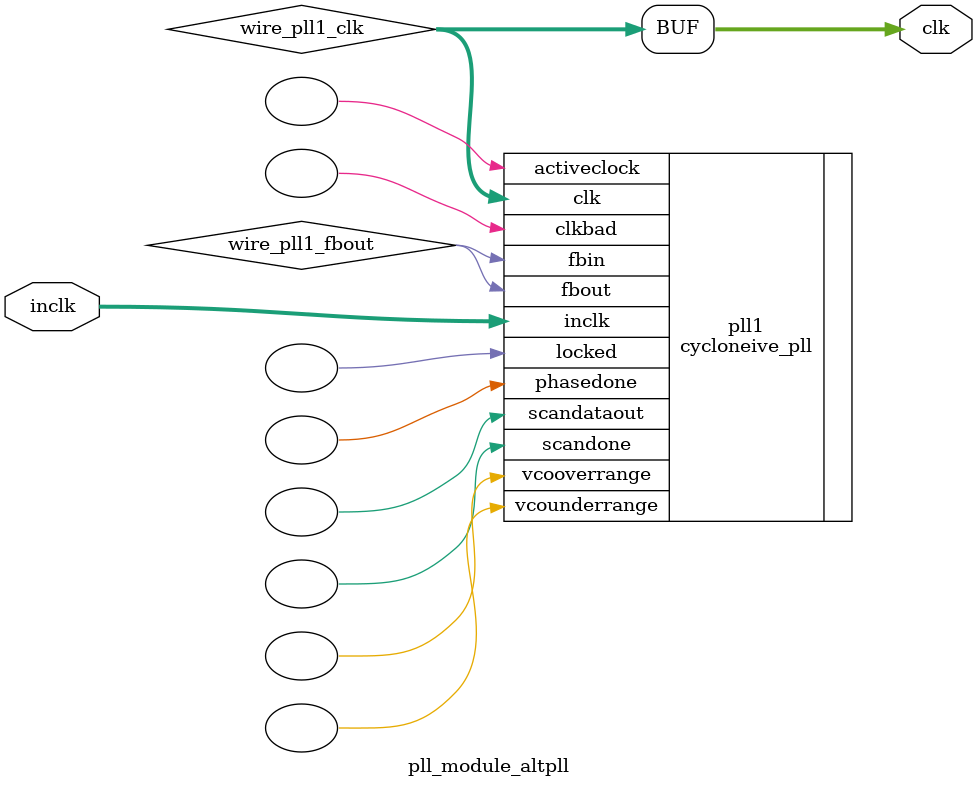
<source format=v>






//synthesis_resources = cycloneive_pll 1 
//synopsys translate_off
`timescale 1 ps / 1 ps
//synopsys translate_on
module  pll_module_altpll
	( 
	clk,
	inclk) /* synthesis synthesis_clearbox=1 */;
	output   [4:0]  clk;
	input   [1:0]  inclk;
`ifndef ALTERA_RESERVED_QIS
// synopsys translate_off
`endif
	tri0   [1:0]  inclk;
`ifndef ALTERA_RESERVED_QIS
// synopsys translate_on
`endif

	wire  [4:0]   wire_pll1_clk;
	wire  wire_pll1_fbout;

	cycloneive_pll   pll1
	( 
	.activeclock(),
	.clk(wire_pll1_clk),
	.clkbad(),
	.fbin(wire_pll1_fbout),
	.fbout(wire_pll1_fbout),
	.inclk(inclk),
	.locked(),
	.phasedone(),
	.scandataout(),
	.scandone(),
	.vcooverrange(),
	.vcounderrange()
	`ifndef FORMAL_VERIFICATION
	// synopsys translate_off
	`endif
	,
	.areset(1'b0),
	.clkswitch(1'b0),
	.configupdate(1'b0),
	.pfdena(1'b1),
	.phasecounterselect({3{1'b0}}),
	.phasestep(1'b0),
	.phaseupdown(1'b0),
	.scanclk(1'b0),
	.scanclkena(1'b1),
	.scandata(1'b0)
	`ifndef FORMAL_VERIFICATION
	// synopsys translate_on
	`endif
	);
	defparam
		pll1.bandwidth_type = "auto",
		pll1.clk0_divide_by = 5,
		pll1.clk0_duty_cycle = 50,
		pll1.clk0_multiply_by = 4,
		pll1.clk0_phase_shift = "0",
		pll1.compensate_clock = "clk0",
		pll1.inclk0_input_frequency = 20000,
		pll1.operation_mode = "normal",
		pll1.pll_type = "auto",
		pll1.lpm_type = "cycloneive_pll";
	assign
		clk = {wire_pll1_clk[4:0]};
endmodule //pll_module_altpll
//VALID FILE

</source>
